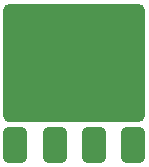
<source format=gtl>
%TF.GenerationSoftware,KiCad,Pcbnew,6.0.1*%
%TF.CreationDate,2022-02-08T23:20:52+08:00*%
%TF.ProjectId,chip-carrier,63686970-2d63-4617-9272-6965722e6b69,v03*%
%TF.SameCoordinates,Original*%
%TF.FileFunction,Copper,L1,Top*%
%TF.FilePolarity,Positive*%
%FSLAX46Y46*%
G04 Gerber Fmt 4.6, Leading zero omitted, Abs format (unit mm)*
G04 Created by KiCad (PCBNEW 6.0.1) date 2022-02-08 23:20:52*
%MOMM*%
%LPD*%
G01*
G04 APERTURE LIST*
G04 Aperture macros list*
%AMRoundRect*
0 Rectangle with rounded corners*
0 $1 Rounding radius*
0 $2 $3 $4 $5 $6 $7 $8 $9 X,Y pos of 4 corners*
0 Add a 4 corners polygon primitive as box body*
4,1,4,$2,$3,$4,$5,$6,$7,$8,$9,$2,$3,0*
0 Add four circle primitives for the rounded corners*
1,1,$1+$1,$2,$3*
1,1,$1+$1,$4,$5*
1,1,$1+$1,$6,$7*
1,1,$1+$1,$8,$9*
0 Add four rect primitives between the rounded corners*
20,1,$1+$1,$2,$3,$4,$5,0*
20,1,$1+$1,$4,$5,$6,$7,0*
20,1,$1+$1,$6,$7,$8,$9,0*
20,1,$1+$1,$8,$9,$2,$3,0*%
G04 Aperture macros list end*
%TA.AperFunction,SMDPad,CuDef*%
%ADD10RoundRect,0.400000X-0.600000X-1.100000X0.600000X-1.100000X0.600000X1.100000X-0.600000X1.100000X0*%
%TD*%
%TA.AperFunction,SMDPad,CuDef*%
%ADD11RoundRect,0.500000X-5.500000X-4.500000X5.500000X-4.500000X5.500000X4.500000X-5.500000X4.500000X0*%
%TD*%
G04 APERTURE END LIST*
D10*
%TO.P,U5,3*%
%TO.N,N/C*%
X146600000Y-105725000D03*
%TD*%
%TO.P,U4,2*%
%TO.N,N/C*%
X143266667Y-105725000D03*
%TD*%
%TO.P,U2,5*%
%TO.N,N/C*%
X153266667Y-105725000D03*
%TD*%
D11*
%TO.P,U1,1*%
%TO.N,N/C*%
X148266667Y-98725000D03*
%TD*%
D10*
%TO.P,U3,4*%
%TO.N,N/C*%
X149933334Y-105725000D03*
%TD*%
M02*

</source>
